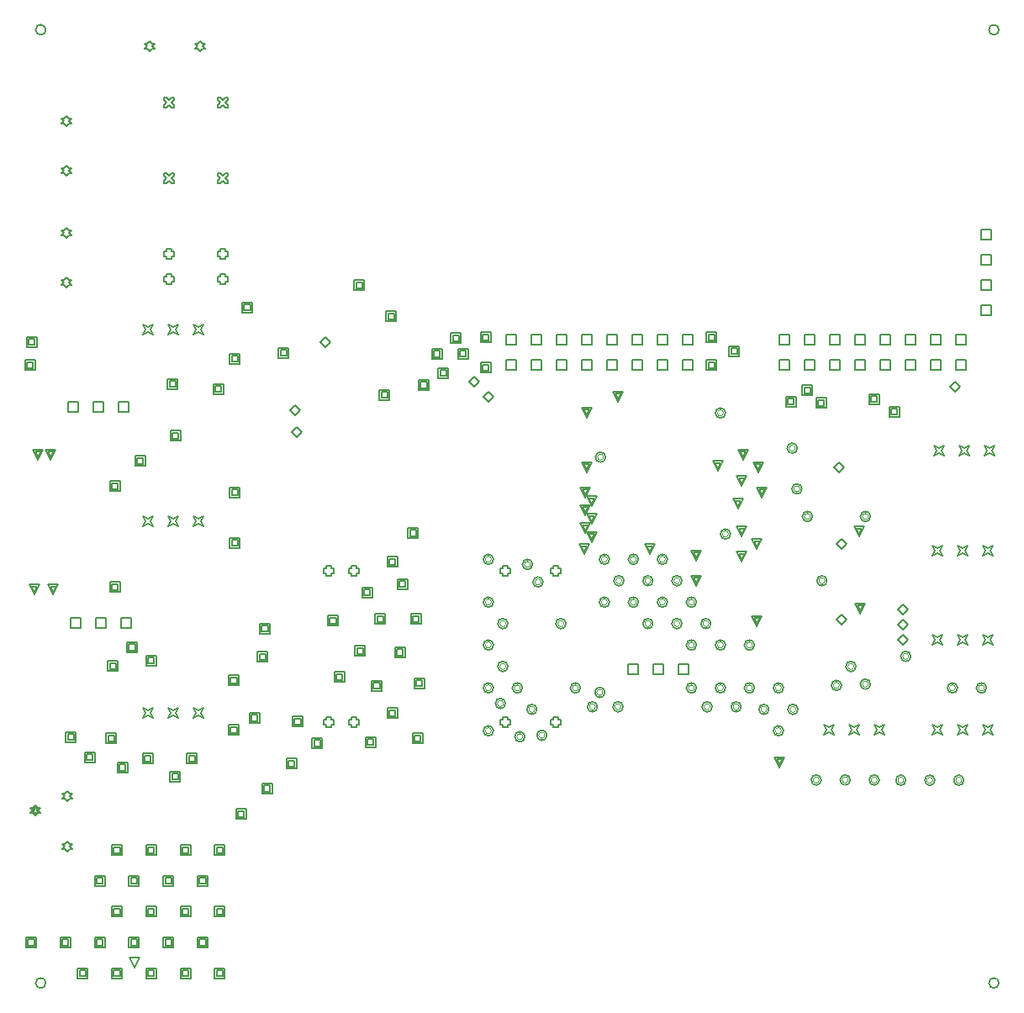
<source format=gbr>
G04 Layer_Color=2752767*
%FSLAX25Y25*%
%MOIN*%
%TF.FileFunction,Drawing*%
%TF.Part,Single*%
G01*
G75*
%TA.AperFunction,NonConductor*%
%ADD55C,0.00500*%
%ADD113C,0.00667*%
%ADD114C,0.00400*%
D55*
X380600Y244900D02*
Y248900D01*
X384600D01*
Y244900D01*
X380600D01*
Y254900D02*
Y258900D01*
X384600D01*
Y254900D01*
X380600D01*
Y264900D02*
Y268900D01*
X384600D01*
Y264900D01*
X380600D01*
Y274900D02*
Y278900D01*
X384600D01*
Y274900D01*
X380600D01*
X44700Y-13600D02*
X42700Y-9600D01*
X46700D01*
X44700Y-13600D01*
X18100Y32557D02*
X19100Y33558D01*
X20100D01*
X19100Y34558D01*
X20100Y35557D01*
X19100D01*
X18100Y36557D01*
X17100Y35557D01*
X16100D01*
X17100Y34558D01*
X16100Y33558D01*
X17100D01*
X18100Y32557D01*
Y52242D02*
X19100Y53242D01*
X20100D01*
X19100Y54242D01*
X20100Y55243D01*
X19100D01*
X18100Y56243D01*
X17100Y55243D01*
X16100D01*
X17100Y54242D01*
X16100Y53242D01*
X17100D01*
X18100Y52242D01*
X50970Y349800D02*
X51970Y350800D01*
X52970D01*
X51970Y351800D01*
X52970Y352800D01*
X51970D01*
X50970Y353800D01*
X49970Y352800D01*
X48970D01*
X49970Y351800D01*
X48970Y350800D01*
X49970D01*
X50970Y349800D01*
X70655D02*
X71655Y350800D01*
X72655D01*
X71655Y351800D01*
X72655Y352800D01*
X71655D01*
X70655Y353800D01*
X69655Y352800D01*
X68655D01*
X69655Y351800D01*
X68655Y350800D01*
X69655D01*
X70655Y349800D01*
X17866Y320143D02*
X18867Y321143D01*
X19866D01*
X18867Y322143D01*
X19866Y323143D01*
X18867D01*
X17866Y324143D01*
X16867Y323143D01*
X15867D01*
X16867Y322143D01*
X15867Y321143D01*
X16867D01*
X17866Y320143D01*
Y300458D02*
X18867Y301458D01*
X19866D01*
X18867Y302457D01*
X19866Y303457D01*
X18867D01*
X17866Y304457D01*
X16867Y303457D01*
X15867D01*
X16867Y302457D01*
X15867Y301458D01*
X16867D01*
X17866Y300458D01*
Y275642D02*
X18867Y276642D01*
X19866D01*
X18867Y277642D01*
X19866Y278643D01*
X18867D01*
X17866Y279643D01*
X16867Y278643D01*
X15867D01*
X16867Y277642D01*
X15867Y276642D01*
X16867D01*
X17866Y275642D01*
Y255958D02*
X18867Y256958D01*
X19866D01*
X18867Y257958D01*
X19866Y258958D01*
X18867D01*
X17866Y259958D01*
X16867Y258958D01*
X15867D01*
X16867Y257958D01*
X15867Y256958D01*
X16867D01*
X17866Y255958D01*
X48100Y237300D02*
X49100Y239300D01*
X48100Y241300D01*
X50100Y240300D01*
X52100Y241300D01*
X51100Y239300D01*
X52100Y237300D01*
X50100Y238300D01*
X48100Y237300D01*
X58100D02*
X59100Y239300D01*
X58100Y241300D01*
X60100Y240300D01*
X62100Y241300D01*
X61100Y239300D01*
X62100Y237300D01*
X60100Y238300D01*
X58100Y237300D01*
X68100D02*
X69100Y239300D01*
X68100Y241300D01*
X70100Y240300D01*
X72100Y241300D01*
X71100Y239300D01*
X72100Y237300D01*
X70100Y238300D01*
X68100Y237300D01*
X48100Y161350D02*
X49100Y163350D01*
X48100Y165350D01*
X50100Y164350D01*
X52100Y165350D01*
X51100Y163350D01*
X52100Y161350D01*
X50100Y162350D01*
X48100Y161350D01*
X58100D02*
X59100Y163350D01*
X58100Y165350D01*
X60100Y164350D01*
X62100Y165350D01*
X61100Y163350D01*
X62100Y161350D01*
X60100Y162350D01*
X58100Y161350D01*
X68100D02*
X69100Y163350D01*
X68100Y165350D01*
X70100Y164350D01*
X72100Y165350D01*
X71100Y163350D01*
X72100Y161350D01*
X70100Y162350D01*
X68100Y161350D01*
X48100Y85400D02*
X49100Y87400D01*
X48100Y89400D01*
X50100Y88400D01*
X52100Y89400D01*
X51100Y87400D01*
X52100Y85400D01*
X50100Y86400D01*
X48100Y85400D01*
X58100D02*
X59100Y87400D01*
X58100Y89400D01*
X60100Y88400D01*
X62100Y89400D01*
X61100Y87400D01*
X62100Y85400D01*
X60100Y86400D01*
X58100Y85400D01*
X68100D02*
X69100Y87400D01*
X68100Y89400D01*
X70100Y88400D01*
X72100Y89400D01*
X71100Y87400D01*
X72100Y85400D01*
X70100Y86400D01*
X68100Y85400D01*
X361700Y189300D02*
X362700Y191300D01*
X361700Y193300D01*
X363700Y192300D01*
X365700Y193300D01*
X364700Y191300D01*
X365700Y189300D01*
X363700Y190300D01*
X361700Y189300D01*
X371700D02*
X372700Y191300D01*
X371700Y193300D01*
X373700Y192300D01*
X375700Y193300D01*
X374700Y191300D01*
X375700Y189300D01*
X373700Y190300D01*
X371700Y189300D01*
X381700D02*
X382700Y191300D01*
X381700Y193300D01*
X383700Y192300D01*
X385700Y193300D01*
X384700Y191300D01*
X385700Y189300D01*
X383700Y190300D01*
X381700Y189300D01*
X381100Y149800D02*
X382100Y151800D01*
X381100Y153800D01*
X383100Y152800D01*
X385100Y153800D01*
X384100Y151800D01*
X385100Y149800D01*
X383100Y150800D01*
X381100Y149800D01*
X371100D02*
X372100Y151800D01*
X371100Y153800D01*
X373100Y152800D01*
X375100Y153800D01*
X374100Y151800D01*
X375100Y149800D01*
X373100Y150800D01*
X371100Y149800D01*
X361100D02*
X362100Y151800D01*
X361100Y153800D01*
X363100Y152800D01*
X365100Y153800D01*
X364100Y151800D01*
X365100Y149800D01*
X363100Y150800D01*
X361100Y149800D01*
X318100Y78800D02*
X319100Y80800D01*
X318100Y82800D01*
X320100Y81800D01*
X322100Y82800D01*
X321100Y80800D01*
X322100Y78800D01*
X320100Y79800D01*
X318100Y78800D01*
X328100D02*
X329100Y80800D01*
X328100Y82800D01*
X330100Y81800D01*
X332100Y82800D01*
X331100Y80800D01*
X332100Y78800D01*
X330100Y79800D01*
X328100Y78800D01*
X338100D02*
X339100Y80800D01*
X338100Y82800D01*
X340100Y81800D01*
X342100Y82800D01*
X341100Y80800D01*
X342100Y78800D01*
X340100Y79800D01*
X338100Y78800D01*
X361100Y78800D02*
X362100Y80800D01*
X361100Y82800D01*
X363100Y81800D01*
X365100Y82800D01*
X364100Y80800D01*
X365100Y78800D01*
X363100Y79800D01*
X361100Y78800D01*
X371100D02*
X372100Y80800D01*
X371100Y82800D01*
X373100Y81800D01*
X375100Y82800D01*
X374100Y80800D01*
X375100Y78800D01*
X373100Y79800D01*
X371100Y78800D01*
X381100D02*
X382100Y80800D01*
X381100Y82800D01*
X383100Y81800D01*
X385100Y82800D01*
X384100Y80800D01*
X385100Y78800D01*
X383100Y79800D01*
X381100Y78800D01*
X361100Y114341D02*
X362100Y116341D01*
X361100Y118341D01*
X363100Y117341D01*
X365100Y118341D01*
X364100Y116341D01*
X365100Y114341D01*
X363100Y115341D01*
X361100Y114341D01*
X371100D02*
X372100Y116341D01*
X371100Y118341D01*
X373100Y117341D01*
X375100Y118341D01*
X374100Y116341D01*
X375100Y114341D01*
X373100Y115341D01*
X371100Y114341D01*
X381100D02*
X382100Y116341D01*
X381100Y118341D01*
X383100Y117341D01*
X385100Y118341D01*
X384100Y116341D01*
X385100Y114341D01*
X383100Y115341D01*
X381100Y114341D01*
X212100Y233300D02*
Y237300D01*
X216100D01*
Y233300D01*
X212100D01*
X202100D02*
Y237300D01*
X206100D01*
Y233300D01*
X202100D01*
X262100D02*
Y237300D01*
X266100D01*
Y233300D01*
X262100D01*
X252100D02*
Y237300D01*
X256100D01*
Y233300D01*
X252100D01*
X242100D02*
Y237300D01*
X246100D01*
Y233300D01*
X242100D01*
X232100D02*
Y237300D01*
X236100D01*
Y233300D01*
X232100D01*
X222100D02*
Y237300D01*
X226100D01*
Y233300D01*
X222100D01*
X192100D02*
Y237300D01*
X196100D01*
Y233300D01*
X192100D01*
X212100Y223300D02*
Y227300D01*
X216100D01*
Y223300D01*
X212100D01*
X202100D02*
Y227300D01*
X206100D01*
Y223300D01*
X202100D01*
X262100D02*
Y227300D01*
X266100D01*
Y223300D01*
X262100D01*
X252100D02*
Y227300D01*
X256100D01*
Y223300D01*
X252100D01*
X242100D02*
Y227300D01*
X246100D01*
Y223300D01*
X242100D01*
X232100D02*
Y227300D01*
X236100D01*
Y223300D01*
X232100D01*
X222100D02*
Y227300D01*
X226100D01*
Y223300D01*
X222100D01*
X192100D02*
Y227300D01*
X196100D01*
Y223300D01*
X192100D01*
X320600D02*
Y227300D01*
X324600D01*
Y223300D01*
X320600D01*
X310600D02*
Y227300D01*
X314600D01*
Y223300D01*
X310600D01*
X370600D02*
Y227300D01*
X374600D01*
Y223300D01*
X370600D01*
X360600D02*
Y227300D01*
X364600D01*
Y223300D01*
X360600D01*
X350600D02*
Y227300D01*
X354600D01*
Y223300D01*
X350600D01*
X340600D02*
Y227300D01*
X344600D01*
Y223300D01*
X340600D01*
X330600D02*
Y227300D01*
X334600D01*
Y223300D01*
X330600D01*
X300600D02*
Y227300D01*
X304600D01*
Y223300D01*
X300600D01*
X320600Y233300D02*
Y237300D01*
X324600D01*
Y233300D01*
X320600D01*
X310600D02*
Y237300D01*
X314600D01*
Y233300D01*
X310600D01*
X370600D02*
Y237300D01*
X374600D01*
Y233300D01*
X370600D01*
X360600D02*
Y237300D01*
X364600D01*
Y233300D01*
X360600D01*
X350600D02*
Y237300D01*
X354600D01*
Y233300D01*
X350600D01*
X340600D02*
Y237300D01*
X344600D01*
Y233300D01*
X340600D01*
X330600D02*
Y237300D01*
X334600D01*
Y233300D01*
X330600D01*
X300600D02*
Y237300D01*
X304600D01*
Y233300D01*
X300600D01*
X210700Y142700D02*
Y141700D01*
X212700D01*
Y142700D01*
X213700D01*
Y144700D01*
X212700D01*
Y145700D01*
X210700D01*
Y144700D01*
X209700D01*
Y142700D01*
X210700D01*
X190700D02*
Y141700D01*
X192700D01*
Y142700D01*
X193700D01*
Y144700D01*
X192700D01*
Y145700D01*
X190700D01*
Y144700D01*
X189700D01*
Y142700D01*
X190700D01*
X130700D02*
Y141700D01*
X132700D01*
Y142700D01*
X133700D01*
Y144700D01*
X132700D01*
Y145700D01*
X130700D01*
Y144700D01*
X129700D01*
Y142700D01*
X130700D01*
X120700D02*
Y141700D01*
X122700D01*
Y142700D01*
X123700D01*
Y144700D01*
X122700D01*
Y145700D01*
X120700D01*
Y144700D01*
X119700D01*
Y142700D01*
X120700D01*
Y82700D02*
Y81700D01*
X122700D01*
Y82700D01*
X123700D01*
Y84700D01*
X122700D01*
Y85700D01*
X120700D01*
Y84700D01*
X119700D01*
Y82700D01*
X120700D01*
X210700D02*
Y81700D01*
X212700D01*
Y82700D01*
X213700D01*
Y84700D01*
X212700D01*
Y85700D01*
X210700D01*
Y84700D01*
X209700D01*
Y82700D01*
X210700D01*
X190700D02*
Y81700D01*
X192700D01*
Y82700D01*
X193700D01*
Y84700D01*
X192700D01*
Y85700D01*
X190700D01*
Y84700D01*
X189700D01*
Y82700D01*
X190700D01*
X130700D02*
Y81700D01*
X132700D01*
Y82700D01*
X133700D01*
Y84700D01*
X132700D01*
Y85700D01*
X130700D01*
Y84700D01*
X129700D01*
Y82700D01*
X130700D01*
X250600Y102800D02*
Y106800D01*
X254600D01*
Y102800D01*
X250600D01*
X260600D02*
Y106800D01*
X264600D01*
Y102800D01*
X260600D01*
X240600D02*
Y106800D01*
X244600D01*
Y102800D01*
X240600D01*
X29584Y121000D02*
Y125000D01*
X33584D01*
Y121000D01*
X29584D01*
X39584D02*
Y125000D01*
X43584D01*
Y121000D01*
X39584D01*
X19584D02*
Y125000D01*
X23584D01*
Y121000D01*
X19584D01*
X56479Y327300D02*
X57479D01*
X58479Y328300D01*
X59479Y327300D01*
X60479D01*
Y328300D01*
X59479Y329300D01*
X60479Y330300D01*
Y331300D01*
X59479D01*
X58479Y330300D01*
X57479Y331300D01*
X56479D01*
Y330300D01*
X57479Y329300D01*
X56479Y328300D01*
Y327300D01*
Y297300D02*
X57479D01*
X58479Y298300D01*
X59479Y297300D01*
X60479D01*
Y298300D01*
X59479Y299300D01*
X60479Y300300D01*
Y301300D01*
X59479D01*
X58479Y300300D01*
X57479Y301300D01*
X56479D01*
Y300300D01*
X57479Y299300D01*
X56479Y298300D01*
Y297300D01*
X57479Y268300D02*
Y267300D01*
X59479D01*
Y268300D01*
X60479D01*
Y270300D01*
X59479D01*
Y271300D01*
X57479D01*
Y270300D01*
X56479D01*
Y268300D01*
X57479D01*
Y258300D02*
Y257300D01*
X59479D01*
Y258300D01*
X60479D01*
Y260300D01*
X59479D01*
Y261300D01*
X57479D01*
Y260300D01*
X56479D01*
Y258300D01*
X57479D01*
X77979Y327300D02*
X78979D01*
X79979Y328300D01*
X80979Y327300D01*
X81979D01*
Y328300D01*
X80979Y329300D01*
X81979Y330300D01*
Y331300D01*
X80979D01*
X79979Y330300D01*
X78979Y331300D01*
X77979D01*
Y330300D01*
X78979Y329300D01*
X77979Y328300D01*
Y327300D01*
Y297300D02*
X78979D01*
X79979Y298300D01*
X80979Y297300D01*
X81979D01*
Y298300D01*
X80979Y299300D01*
X81979Y300300D01*
Y301300D01*
X80979D01*
X79979Y300300D01*
X78979Y301300D01*
X77979D01*
Y300300D01*
X78979Y299300D01*
X77979Y298300D01*
Y297300D01*
X78979Y268300D02*
Y267300D01*
X80979D01*
Y268300D01*
X81979D01*
Y270300D01*
X80979D01*
Y271300D01*
X78979D01*
Y270300D01*
X77979D01*
Y268300D01*
X78979D01*
Y258300D02*
Y257300D01*
X80979D01*
Y258300D01*
X81979D01*
Y260300D01*
X80979D01*
Y261300D01*
X78979D01*
Y260300D01*
X77979D01*
Y258300D01*
X78979D01*
X18600Y206800D02*
Y210800D01*
X22600D01*
Y206800D01*
X18600D01*
X28600D02*
Y210800D01*
X32600D01*
Y206800D01*
X28600D01*
X38600D02*
Y210800D01*
X42600D01*
Y206800D01*
X38600D01*
X368100Y216700D02*
X370100Y218700D01*
X372100Y216700D01*
X370100Y214700D01*
X368100Y216700D01*
X82600Y172800D02*
Y176800D01*
X86600D01*
Y172800D01*
X82600D01*
X83400Y173600D02*
Y176000D01*
X85800D01*
Y173600D01*
X83400D01*
X82600Y152800D02*
Y156800D01*
X86600D01*
Y152800D01*
X82600D01*
X83400Y153600D02*
Y156000D01*
X85800D01*
Y153600D01*
X83400D01*
X347600Y122300D02*
X349600Y124300D01*
X351600Y122300D01*
X349600Y120300D01*
X347600Y122300D01*
X148100Y109400D02*
Y113400D01*
X152100D01*
Y109400D01*
X148100D01*
X148900Y110200D02*
Y112600D01*
X151300D01*
Y110200D01*
X148900D01*
X135100Y133200D02*
Y137200D01*
X139100D01*
Y133200D01*
X135100D01*
X135900Y134000D02*
Y136400D01*
X138300D01*
Y134000D01*
X135900D01*
X49400Y106200D02*
Y110200D01*
X53400D01*
Y106200D01*
X49400D01*
X50200Y107000D02*
Y109400D01*
X52600D01*
Y107000D01*
X50200D01*
X41800Y111400D02*
Y115400D01*
X45800D01*
Y111400D01*
X41800D01*
X42600Y112200D02*
Y114600D01*
X45000D01*
Y112200D01*
X42600D01*
X76100Y213800D02*
Y217800D01*
X80100D01*
Y213800D01*
X76100D01*
X76900Y214600D02*
Y217000D01*
X79300D01*
Y214600D01*
X76900D01*
X82600Y225800D02*
Y229800D01*
X86600D01*
Y225800D01*
X82600D01*
X83400Y226600D02*
Y229000D01*
X85800D01*
Y226600D01*
X83400D01*
X101900Y228100D02*
Y232100D01*
X105900D01*
Y228100D01*
X101900D01*
X102700Y228900D02*
Y231300D01*
X105100D01*
Y228900D01*
X102700D01*
X2100Y232500D02*
Y236500D01*
X6100D01*
Y232500D01*
X2100D01*
X2900Y233300D02*
Y235700D01*
X5300D01*
Y233300D01*
X2900D01*
X57900Y215800D02*
Y219800D01*
X61900D01*
Y215800D01*
X57900D01*
X58700Y216600D02*
Y219000D01*
X61100D01*
Y216600D01*
X58700D01*
X1400Y223300D02*
Y227300D01*
X5400D01*
Y223300D01*
X1400D01*
X2200Y224100D02*
Y226500D01*
X4600D01*
Y224100D01*
X2200D01*
X59100Y195300D02*
Y199300D01*
X63100D01*
Y195300D01*
X59100D01*
X59900Y196100D02*
Y198500D01*
X62300D01*
Y196100D01*
X59900D01*
X45100Y185300D02*
Y189300D01*
X49100D01*
Y185300D01*
X45100D01*
X45900Y186100D02*
Y188500D01*
X48300D01*
Y186100D01*
X45900D01*
X35100Y175300D02*
Y179300D01*
X39100D01*
Y175300D01*
X35100D01*
X35900Y176100D02*
Y178500D01*
X38300D01*
Y176100D01*
X35900D01*
X35100Y135300D02*
Y139300D01*
X39100D01*
Y135300D01*
X35100D01*
X35900Y136100D02*
Y138500D01*
X38300D01*
Y136100D01*
X35900D01*
X82135Y98353D02*
Y102353D01*
X86135D01*
Y98353D01*
X82135D01*
X82935Y99153D02*
Y101553D01*
X85335D01*
Y99153D01*
X82935D01*
X82135Y78570D02*
Y82570D01*
X86135D01*
Y78570D01*
X82135D01*
X82935Y79370D02*
Y81770D01*
X85335D01*
Y79370D01*
X82935D01*
X65600Y67300D02*
Y71300D01*
X69600D01*
Y67300D01*
X65600D01*
X66400Y68100D02*
Y70500D01*
X68800D01*
Y68100D01*
X66400D01*
X48100Y67300D02*
Y71300D01*
X52100D01*
Y67300D01*
X48100D01*
X48900Y68100D02*
Y70500D01*
X51300D01*
Y68100D01*
X48900D01*
X38000Y63700D02*
Y67700D01*
X42000D01*
Y63700D01*
X38000D01*
X38800Y64500D02*
Y66900D01*
X41200D01*
Y64500D01*
X38800D01*
X17600Y75800D02*
Y79800D01*
X21600D01*
Y75800D01*
X17600D01*
X18400Y76600D02*
Y79000D01*
X20800D01*
Y76600D01*
X18400D01*
X90400Y83400D02*
Y87400D01*
X94400D01*
Y83400D01*
X90400D01*
X91200Y84200D02*
Y86600D01*
X93600D01*
Y84200D01*
X91200D01*
X33600Y75300D02*
Y79300D01*
X37600D01*
Y75300D01*
X33600D01*
X34400Y76100D02*
Y78500D01*
X36800D01*
Y76100D01*
X34400D01*
X58900Y60200D02*
Y64200D01*
X62900D01*
Y60200D01*
X58900D01*
X59700Y61000D02*
Y63400D01*
X62100D01*
Y61000D01*
X59700D01*
X25100Y67800D02*
Y71800D01*
X29100D01*
Y67800D01*
X25100D01*
X25900Y68600D02*
Y71000D01*
X28300D01*
Y68600D01*
X25900D01*
X85100Y45300D02*
Y49300D01*
X89100D01*
Y45300D01*
X85100D01*
X85900Y46100D02*
Y48500D01*
X88300D01*
Y46100D01*
X85900D01*
X95400Y55400D02*
Y59400D01*
X99400D01*
Y55400D01*
X95400D01*
X96200Y56200D02*
Y58600D01*
X98600D01*
Y56200D01*
X96200D01*
X105100Y65300D02*
Y69300D01*
X109100D01*
Y65300D01*
X105100D01*
X105900Y66100D02*
Y68500D01*
X108300D01*
Y66100D01*
X105900D01*
X34300Y104000D02*
Y108000D01*
X38300D01*
Y104000D01*
X34300D01*
X35100Y104800D02*
Y107200D01*
X37500D01*
Y104800D01*
X35100D01*
X93600Y107600D02*
Y111600D01*
X97600D01*
Y107600D01*
X93600D01*
X94400Y108400D02*
Y110800D01*
X96800D01*
Y108400D01*
X94400D01*
X153200Y156700D02*
Y160700D01*
X157200D01*
Y156700D01*
X153200D01*
X154000Y157500D02*
Y159900D01*
X156400D01*
Y157500D01*
X154000D01*
X145100Y145300D02*
Y149300D01*
X149100D01*
Y145300D01*
X145100D01*
X145900Y146100D02*
Y148500D01*
X148300D01*
Y146100D01*
X145900D01*
X149100Y136500D02*
Y140500D01*
X153100D01*
Y136500D01*
X149100D01*
X149900Y137300D02*
Y139700D01*
X152300D01*
Y137300D01*
X149900D01*
X140300Y122600D02*
Y126600D01*
X144300D01*
Y122600D01*
X140300D01*
X141100Y123400D02*
Y125800D01*
X143500D01*
Y123400D01*
X141100D01*
X154400Y122600D02*
Y126600D01*
X158400D01*
Y122600D01*
X154400D01*
X155200Y123400D02*
Y125800D01*
X157600D01*
Y123400D01*
X155200D01*
X132200Y109900D02*
Y113900D01*
X136200D01*
Y109900D01*
X132200D01*
X133000Y110700D02*
Y113100D01*
X135400D01*
Y110700D01*
X133000D01*
X138800Y96200D02*
Y100200D01*
X142800D01*
Y96200D01*
X138800D01*
X139600Y97000D02*
Y99400D01*
X142000D01*
Y97000D01*
X139600D01*
X145100Y85300D02*
Y89300D01*
X149100D01*
Y85300D01*
X145100D01*
X145900Y86100D02*
Y88500D01*
X148300D01*
Y86100D01*
X145900D01*
X124100Y99600D02*
Y103600D01*
X128100D01*
Y99600D01*
X124100D01*
X124900Y100400D02*
Y102800D01*
X127300D01*
Y100400D01*
X124900D01*
X121500Y122000D02*
Y126000D01*
X125500D01*
Y122000D01*
X121500D01*
X122300Y122800D02*
Y125200D01*
X124700D01*
Y122800D01*
X122300D01*
X94500Y118800D02*
Y122800D01*
X98500D01*
Y118800D01*
X94500D01*
X95300Y119600D02*
Y122000D01*
X97700D01*
Y119600D01*
X95300D01*
X155700Y97100D02*
Y101100D01*
X159700D01*
Y97100D01*
X155700D01*
X156500Y97900D02*
Y100300D01*
X158900D01*
Y97900D01*
X156500D01*
X115300Y73400D02*
Y77400D01*
X119300D01*
Y73400D01*
X115300D01*
X116100Y74200D02*
Y76600D01*
X118500D01*
Y74200D01*
X116100D01*
X136400Y73800D02*
Y77800D01*
X140400D01*
Y73800D01*
X136400D01*
X137200Y74600D02*
Y77000D01*
X139600D01*
Y74600D01*
X137200D01*
X155100Y75300D02*
Y79300D01*
X159100D01*
Y75300D01*
X155100D01*
X155900Y76100D02*
Y78500D01*
X158300D01*
Y76100D01*
X155900D01*
X131900Y255000D02*
Y259000D01*
X135900D01*
Y255000D01*
X131900D01*
X132700Y255800D02*
Y258200D01*
X135100D01*
Y255800D01*
X132700D01*
X87500Y246100D02*
Y250100D01*
X91500D01*
Y246100D01*
X87500D01*
X88300Y246900D02*
Y249300D01*
X90700D01*
Y246900D01*
X88300D01*
X144600Y242605D02*
Y246605D01*
X148600D01*
Y242605D01*
X144600D01*
X145400Y243406D02*
Y245806D01*
X147800D01*
Y243406D01*
X145400D01*
X141900Y211500D02*
Y215500D01*
X145900D01*
Y211500D01*
X141900D01*
X142700Y212300D02*
Y214700D01*
X145100D01*
Y212300D01*
X142700D01*
X162700Y227700D02*
Y231700D01*
X166700D01*
Y227700D01*
X162700D01*
X163500Y228500D02*
Y230900D01*
X165900D01*
Y228500D01*
X163500D01*
X157500Y215400D02*
Y219400D01*
X161500D01*
Y215400D01*
X157500D01*
X158300Y216200D02*
Y218600D01*
X160700D01*
Y216200D01*
X158300D01*
X173100Y227800D02*
Y231800D01*
X177100D01*
Y227800D01*
X173100D01*
X173900Y228600D02*
Y231000D01*
X176300D01*
Y228600D01*
X173900D01*
X182100Y234300D02*
Y238300D01*
X186100D01*
Y234300D01*
X182100D01*
X182900Y235100D02*
Y237500D01*
X185300D01*
Y235100D01*
X182900D01*
X170300Y234000D02*
Y238000D01*
X174300D01*
Y234000D01*
X170300D01*
X171100Y234800D02*
Y237200D01*
X173500D01*
Y234800D01*
X171100D01*
X165300Y220200D02*
Y224200D01*
X169300D01*
Y220200D01*
X165300D01*
X166100Y221000D02*
Y223400D01*
X168500D01*
Y221000D01*
X166100D01*
X182100Y222300D02*
Y226300D01*
X186100D01*
Y222300D01*
X182100D01*
X182900Y223100D02*
Y225500D01*
X185300D01*
Y223100D01*
X182900D01*
X280600Y228800D02*
Y232800D01*
X284600D01*
Y228800D01*
X280600D01*
X281400Y229600D02*
Y232000D01*
X283800D01*
Y229600D01*
X281400D01*
X271600Y234300D02*
Y238300D01*
X275600D01*
Y234300D01*
X271600D01*
X272400Y235100D02*
Y237500D01*
X274800D01*
Y235100D01*
X272400D01*
X271600Y223300D02*
Y227300D01*
X275600D01*
Y223300D01*
X271600D01*
X272400Y224100D02*
Y226500D01*
X274800D01*
Y224100D01*
X272400D01*
X315100Y208300D02*
Y212300D01*
X319100D01*
Y208300D01*
X315100D01*
X315900Y209100D02*
Y211500D01*
X318300D01*
Y209100D01*
X315900D01*
X309600Y213300D02*
Y217300D01*
X313600D01*
Y213300D01*
X309600D01*
X310400Y214100D02*
Y216500D01*
X312800D01*
Y214100D01*
X310400D01*
X303100Y208800D02*
Y212800D01*
X307100D01*
Y208800D01*
X303100D01*
X303900Y209600D02*
Y212000D01*
X306300D01*
Y209600D01*
X303900D01*
X344100Y204800D02*
Y208800D01*
X348100D01*
Y204800D01*
X344100D01*
X344900Y205600D02*
Y208000D01*
X347300D01*
Y205600D01*
X344900D01*
X336100Y209800D02*
Y213800D01*
X340100D01*
Y209800D01*
X336100D01*
X336900Y210600D02*
Y213000D01*
X339300D01*
Y210600D01*
X336900D01*
X107100Y198800D02*
X109100Y200800D01*
X111100Y198800D01*
X109100Y196800D01*
X107100Y198800D01*
X183100Y212800D02*
X185100Y214800D01*
X187100Y212800D01*
X185100Y210800D01*
X183100Y212800D01*
X177600Y218800D02*
X179600Y220800D01*
X181600Y218800D01*
X179600Y216800D01*
X177600Y218800D01*
X224100Y204453D02*
X222100Y208453D01*
X226100D01*
X224100Y204453D01*
Y205254D02*
X222900Y207653D01*
X225300D01*
X224100Y205254D01*
X236600Y210800D02*
X234600Y214800D01*
X238600D01*
X236600Y210800D01*
Y211600D02*
X235400Y214000D01*
X237800D01*
X236600Y211600D01*
X223100Y150300D02*
X221100Y154300D01*
X225100D01*
X223100Y150300D01*
Y151100D02*
X221900Y153500D01*
X224300D01*
X223100Y151100D01*
X249100Y150300D02*
X247100Y154300D01*
X251100D01*
X249100Y150300D01*
Y151100D02*
X247900Y153500D01*
X250300D01*
X249100Y151100D01*
X276100Y183300D02*
X274100Y187300D01*
X278100D01*
X276100Y183300D01*
Y184100D02*
X274900Y186500D01*
X277300D01*
X276100Y184100D01*
X224100Y182800D02*
X222100Y186800D01*
X226100D01*
X224100Y182800D01*
Y183600D02*
X222900Y186000D01*
X225300D01*
X224100Y183600D01*
X300600Y65800D02*
X298600Y69800D01*
X302600D01*
X300600Y65800D01*
Y66600D02*
X299400Y69000D01*
X301800D01*
X300600Y66600D01*
X292100Y182800D02*
X290100Y186800D01*
X294100D01*
X292100Y182800D01*
Y183600D02*
X290900Y186000D01*
X293300D01*
X292100Y183600D01*
X291600Y152300D02*
X289600Y156300D01*
X293600D01*
X291600Y152300D01*
Y153100D02*
X290400Y155500D01*
X292800D01*
X291600Y153100D01*
Y121800D02*
X289600Y125800D01*
X293600D01*
X291600Y121800D01*
Y122600D02*
X290400Y125000D01*
X292800D01*
X291600Y122600D01*
X267600Y137800D02*
X265600Y141800D01*
X269600D01*
X267600Y137800D01*
Y138600D02*
X266400Y141000D01*
X268800D01*
X267600Y138600D01*
Y147800D02*
X265600Y151800D01*
X269600D01*
X267600Y147800D01*
Y148600D02*
X266400Y151000D01*
X268800D01*
X267600Y148600D01*
X285600Y147300D02*
X283600Y151300D01*
X287600D01*
X285600Y147300D01*
Y148100D02*
X284400Y150500D01*
X286800D01*
X285600Y148100D01*
Y157300D02*
X283600Y161300D01*
X287600D01*
X285600Y157300D01*
Y158100D02*
X284400Y160500D01*
X286800D01*
X285600Y158100D01*
X286100Y187800D02*
X284100Y191800D01*
X288100D01*
X286100Y187800D01*
Y188600D02*
X284900Y191000D01*
X287300D01*
X286100Y188600D01*
X285600Y177300D02*
X283600Y181300D01*
X287600D01*
X285600Y177300D01*
Y178100D02*
X284400Y180500D01*
X286800D01*
X285600Y178100D01*
X284100Y168264D02*
X282100Y172265D01*
X286100D01*
X284100Y168264D01*
Y169064D02*
X282900Y171465D01*
X285300D01*
X284100Y169064D01*
X293600Y172800D02*
X291600Y176800D01*
X295600D01*
X293600Y172800D01*
Y173600D02*
X292400Y176000D01*
X294800D01*
X293600Y173600D01*
X226100Y155122D02*
X224100Y159122D01*
X228100D01*
X226100Y155122D01*
Y155922D02*
X224900Y158322D01*
X227300D01*
X226100Y155922D01*
X223600Y158658D02*
X221600Y162658D01*
X225600D01*
X223600Y158658D01*
Y159458D02*
X222400Y161858D01*
X224800D01*
X223600Y159458D01*
X226100Y162300D02*
X224100Y166300D01*
X228100D01*
X226100Y162300D01*
Y163100D02*
X224900Y165500D01*
X227300D01*
X226100Y163100D01*
Y169300D02*
X224100Y173300D01*
X228100D01*
X226100Y169300D01*
Y170100D02*
X224900Y172500D01*
X227300D01*
X226100Y170100D01*
X223600Y165800D02*
X221600Y169800D01*
X225600D01*
X223600Y165800D01*
Y166600D02*
X222400Y169000D01*
X224800D01*
X223600Y166600D01*
Y172800D02*
X221600Y176800D01*
X225600D01*
X223600Y172800D01*
Y173600D02*
X222400Y176000D01*
X224800D01*
X223600Y173600D01*
X323100Y124300D02*
X325100Y126300D01*
X327100Y124300D01*
X325100Y122300D01*
X323100Y124300D01*
X332600Y126800D02*
X330600Y130800D01*
X334600D01*
X332600Y126800D01*
Y127600D02*
X331400Y130000D01*
X333800D01*
X332600Y127600D01*
X332100Y157300D02*
X330100Y161300D01*
X334100D01*
X332100Y157300D01*
Y158100D02*
X330900Y160500D01*
X333300D01*
X332100Y158100D01*
X323100Y154300D02*
X325100Y156300D01*
X327100Y154300D01*
X325100Y152300D01*
X323100Y154300D01*
X322100Y184800D02*
X324100Y186800D01*
X326100Y184800D01*
X324100Y182800D01*
X322100Y184800D01*
X347600Y128300D02*
X349600Y130300D01*
X351600Y128300D01*
X349600Y126300D01*
X347600Y128300D01*
Y116300D02*
X349600Y118300D01*
X351600Y116300D01*
X349600Y114300D01*
X347600Y116300D01*
X106600Y207300D02*
X108600Y209300D01*
X110600Y207300D01*
X108600Y205300D01*
X106600Y207300D01*
X6600Y187800D02*
X4600Y191800D01*
X8600D01*
X6600Y187800D01*
Y188600D02*
X5400Y191000D01*
X7800D01*
X6600Y188600D01*
X11600Y187800D02*
X9600Y191800D01*
X13600D01*
X11600Y187800D01*
Y188600D02*
X10400Y191000D01*
X12800D01*
X11600Y188600D01*
X107500Y82000D02*
Y86000D01*
X111500D01*
Y82000D01*
X107500D01*
X108300Y82800D02*
Y85200D01*
X110700D01*
Y82800D01*
X108300D01*
X5600Y46700D02*
X6600Y47700D01*
X7600D01*
X6600Y48700D01*
X7600Y49700D01*
X6600D01*
X5600Y50700D01*
X4600Y49700D01*
X3600D01*
X4600Y48700D01*
X3600Y47700D01*
X4600D01*
X5600Y46700D01*
Y47500D02*
X6200Y48100D01*
X6800D01*
X6200Y48700D01*
X6800Y49300D01*
X6200D01*
X5600Y49900D01*
X5000Y49300D01*
X4400D01*
X5000Y48700D01*
X4400Y48100D01*
X5000D01*
X5600Y47500D01*
X76600Y31000D02*
Y35000D01*
X80600D01*
Y31000D01*
X76600D01*
X77400Y31800D02*
Y34200D01*
X79800D01*
Y31800D01*
X77400D01*
X63000Y31000D02*
Y35000D01*
X67000D01*
Y31000D01*
X63000D01*
X63800Y31800D02*
Y34200D01*
X66200D01*
Y31800D01*
X63800D01*
X56200Y18800D02*
Y22800D01*
X60200D01*
Y18800D01*
X56200D01*
X57000Y19600D02*
Y22000D01*
X59400D01*
Y19600D01*
X57000D01*
X69800Y18800D02*
Y22800D01*
X73800D01*
Y18800D01*
X69800D01*
X70600Y19600D02*
Y22000D01*
X73000D01*
Y19600D01*
X70600D01*
X42600Y18800D02*
Y22800D01*
X46600D01*
Y18800D01*
X42600D01*
X43400Y19600D02*
Y22000D01*
X45800D01*
Y19600D01*
X43400D01*
X49400Y31000D02*
Y35000D01*
X53400D01*
Y31000D01*
X49400D01*
X50200Y31800D02*
Y34200D01*
X52600D01*
Y31800D01*
X50200D01*
X49400Y6600D02*
Y10600D01*
X53400D01*
Y6600D01*
X49400D01*
X50200Y7400D02*
Y9800D01*
X52600D01*
Y7400D01*
X50200D01*
X76600Y6600D02*
Y10600D01*
X80600D01*
Y6600D01*
X76600D01*
X77400Y7400D02*
Y9800D01*
X79800D01*
Y7400D01*
X77400D01*
X63000Y6600D02*
Y10600D01*
X67000D01*
Y6600D01*
X63000D01*
X63800Y7400D02*
Y9800D01*
X66200D01*
Y7400D01*
X63800D01*
X42600Y-5600D02*
Y-1600D01*
X46600D01*
Y-5600D01*
X42600D01*
X43400Y-4800D02*
Y-2400D01*
X45800D01*
Y-4800D01*
X43400D01*
X69800Y-5600D02*
Y-1600D01*
X73800D01*
Y-5600D01*
X69800D01*
X70600Y-4800D02*
Y-2400D01*
X73000D01*
Y-4800D01*
X70600D01*
X56200Y-5600D02*
Y-1600D01*
X60200D01*
Y-5600D01*
X56200D01*
X57000Y-4800D02*
Y-2400D01*
X59400D01*
Y-4800D01*
X57000D01*
X49400Y-17800D02*
Y-13800D01*
X53400D01*
Y-17800D01*
X49400D01*
X50200Y-17000D02*
Y-14600D01*
X52600D01*
Y-17000D01*
X50200D01*
X76600Y-17800D02*
Y-13800D01*
X80600D01*
Y-17800D01*
X76600D01*
X77400Y-17000D02*
Y-14600D01*
X79800D01*
Y-17000D01*
X77400D01*
X63000Y-17800D02*
Y-13800D01*
X67000D01*
Y-17800D01*
X63000D01*
X63800Y-17000D02*
Y-14600D01*
X66200D01*
Y-17000D01*
X63800D01*
X35800Y6600D02*
Y10600D01*
X39800D01*
Y6600D01*
X35800D01*
X36600Y7400D02*
Y9800D01*
X39000D01*
Y7400D01*
X36600D01*
X35800Y31000D02*
Y35000D01*
X39800D01*
Y31000D01*
X35800D01*
X36600Y31800D02*
Y34200D01*
X39000D01*
Y31800D01*
X36600D01*
X35800Y-17800D02*
Y-13800D01*
X39800D01*
Y-17800D01*
X35800D01*
X36600Y-17000D02*
Y-14600D01*
X39000D01*
Y-17000D01*
X36600D01*
X29000Y18800D02*
Y22800D01*
X33000D01*
Y18800D01*
X29000D01*
X29800Y19600D02*
Y22000D01*
X32200D01*
Y19600D01*
X29800D01*
X29000Y-5600D02*
Y-1600D01*
X33000D01*
Y-5600D01*
X29000D01*
X29800Y-4800D02*
Y-2400D01*
X32200D01*
Y-4800D01*
X29800D01*
X15400Y-5600D02*
Y-1600D01*
X19400D01*
Y-5600D01*
X15400D01*
X16200Y-4800D02*
Y-2400D01*
X18600D01*
Y-4800D01*
X16200D01*
X1800Y-5600D02*
Y-1600D01*
X5800D01*
Y-5600D01*
X1800D01*
X2600Y-4800D02*
Y-2400D01*
X5000D01*
Y-4800D01*
X2600D01*
X22200Y-17800D02*
Y-13800D01*
X26200D01*
Y-17800D01*
X22200D01*
X23000Y-17000D02*
Y-14600D01*
X25400D01*
Y-17000D01*
X23000D01*
X118318Y234250D02*
X120318Y236250D01*
X122318Y234250D01*
X120318Y232250D01*
X118318Y234250D01*
X5100Y134300D02*
X3100Y138300D01*
X7100D01*
X5100Y134300D01*
Y135100D02*
X3900Y137500D01*
X6300D01*
X5100Y135100D01*
X12600Y134300D02*
X10600Y138300D01*
X14600D01*
X12600Y134300D01*
Y135100D02*
X11400Y137500D01*
X13800D01*
X12600Y135100D01*
D113*
X9600Y358253D02*
G03*
X9600Y358253I-2000J0D01*
G01*
X387553D02*
G03*
X387553Y358253I-2000J0D01*
G01*
Y-19700D02*
G03*
X387553Y-19700I-2000J0D01*
G01*
X9600D02*
G03*
X9600Y-19700I-2000J0D01*
G01*
X373624Y60705D02*
G03*
X373624Y60705I-2000J0D01*
G01*
X317100Y60800D02*
G03*
X317100Y60800I-2000J0D01*
G01*
X328600D02*
G03*
X328600Y60800I-2000J0D01*
G01*
X340100D02*
G03*
X340100Y60800I-2000J0D01*
G01*
X307600Y192339D02*
G03*
X307600Y192339I-2000J0D01*
G01*
X199575Y77945D02*
G03*
X199575Y77945I-2000J0D01*
G01*
X187100Y80300D02*
G03*
X187100Y80300I-2000J0D01*
G01*
X208298Y78498D02*
G03*
X208298Y78498I-2000J0D01*
G01*
X290600Y97300D02*
G03*
X290600Y97300I-2000J0D01*
G01*
X279100D02*
G03*
X279100Y97300I-2000J0D01*
G01*
X267600D02*
G03*
X267600Y97300I-2000J0D01*
G01*
X285350Y89800D02*
G03*
X285350Y89800I-2000J0D01*
G01*
X273850D02*
G03*
X273850Y89800I-2000J0D01*
G01*
X231298Y95498D02*
G03*
X231298Y95498I-2000J0D01*
G01*
X187100Y97300D02*
G03*
X187100Y97300I-2000J0D01*
G01*
X191875Y91155D02*
G03*
X191875Y91155I-2000J0D01*
G01*
X192850Y105800D02*
G03*
X192850Y105800I-2000J0D01*
G01*
X198600Y97300D02*
G03*
X198600Y97300I-2000J0D01*
G01*
X204350Y88800D02*
G03*
X204350Y88800I-2000J0D01*
G01*
X228350Y89800D02*
G03*
X228350Y89800I-2000J0D01*
G01*
X238500D02*
G03*
X238500Y89800I-2000J0D01*
G01*
X221600Y97300D02*
G03*
X221600Y97300I-2000J0D01*
G01*
X325100Y98300D02*
G03*
X325100Y98300I-2000J0D01*
G01*
X307850Y88800D02*
G03*
X307850Y88800I-2000J0D01*
G01*
X302100Y97300D02*
G03*
X302100Y97300I-2000J0D01*
G01*
X296350Y88800D02*
G03*
X296350Y88800I-2000J0D01*
G01*
X336600Y98800D02*
G03*
X336600Y98800I-2000J0D01*
G01*
X330850Y105800D02*
G03*
X330850Y105800I-2000J0D01*
G01*
X352600Y109800D02*
G03*
X352600Y109800I-2000J0D01*
G01*
X371100Y97300D02*
G03*
X371100Y97300I-2000J0D01*
G01*
X382600D02*
G03*
X382600Y97300I-2000J0D01*
G01*
X362124Y60705D02*
G03*
X362124Y60705I-2000J0D01*
G01*
X350624D02*
G03*
X350624Y60705I-2000J0D01*
G01*
X302100Y80300D02*
G03*
X302100Y80300I-2000J0D01*
G01*
X319350Y139800D02*
G03*
X319350Y139800I-2000J0D01*
G01*
X336600Y165300D02*
G03*
X336600Y165300I-2000J0D01*
G01*
X313600D02*
G03*
X313600Y165300I-2000J0D01*
G01*
X309419Y176198D02*
G03*
X309419Y176198I-2000J0D01*
G01*
X231600Y188800D02*
G03*
X231600Y188800I-2000J0D01*
G01*
X281100Y158300D02*
G03*
X281100Y158300I-2000J0D01*
G01*
X261850Y139800D02*
G03*
X261850Y139800I-2000J0D01*
G01*
X267600Y131300D02*
G03*
X267600Y131300I-2000J0D01*
G01*
X273350Y122800D02*
G03*
X273350Y122800I-2000J0D01*
G01*
X256100Y148300D02*
G03*
X256100Y148300I-2000J0D01*
G01*
X244600D02*
G03*
X244600Y148300I-2000J0D01*
G01*
X233100D02*
G03*
X233100Y148300I-2000J0D01*
G01*
X250350Y139800D02*
G03*
X250350Y139800I-2000J0D01*
G01*
X238850D02*
G03*
X238850Y139800I-2000J0D01*
G01*
X256100Y131300D02*
G03*
X256100Y131300I-2000J0D01*
G01*
X244600D02*
G03*
X244600Y131300I-2000J0D01*
G01*
X233100D02*
G03*
X233100Y131300I-2000J0D01*
G01*
X187100D02*
G03*
X187100Y131300I-2000J0D01*
G01*
Y114300D02*
G03*
X187100Y114300I-2000J0D01*
G01*
X192850Y122800D02*
G03*
X192850Y122800I-2000J0D01*
G01*
X215850D02*
G03*
X215850Y122800I-2000J0D01*
G01*
X250350D02*
G03*
X250350Y122800I-2000J0D01*
G01*
X290600Y114300D02*
G03*
X290600Y114300I-2000J0D01*
G01*
X279100D02*
G03*
X279100Y114300I-2000J0D01*
G01*
X261850Y122800D02*
G03*
X261850Y122800I-2000J0D01*
G01*
X267600Y114300D02*
G03*
X267600Y114300I-2000J0D01*
G01*
X206800Y139300D02*
G03*
X206800Y139300I-2000J0D01*
G01*
X187100Y148300D02*
G03*
X187100Y148300I-2000J0D01*
G01*
X202600Y146300D02*
G03*
X202600Y146300I-2000J0D01*
G01*
X279100Y206300D02*
G03*
X279100Y206300I-2000J0D01*
G01*
D114*
X372825Y60705D02*
G03*
X372825Y60705I-1200J0D01*
G01*
X316300Y60800D02*
G03*
X316300Y60800I-1200J0D01*
G01*
X327800D02*
G03*
X327800Y60800I-1200J0D01*
G01*
X339300D02*
G03*
X339300Y60800I-1200J0D01*
G01*
X306800Y192339D02*
G03*
X306800Y192339I-1200J0D01*
G01*
X198775Y77945D02*
G03*
X198775Y77945I-1200J0D01*
G01*
X186300Y80300D02*
G03*
X186300Y80300I-1200J0D01*
G01*
X207498Y78498D02*
G03*
X207498Y78498I-1200J0D01*
G01*
X289800Y97300D02*
G03*
X289800Y97300I-1200J0D01*
G01*
X278300D02*
G03*
X278300Y97300I-1200J0D01*
G01*
X266800D02*
G03*
X266800Y97300I-1200J0D01*
G01*
X284550Y89800D02*
G03*
X284550Y89800I-1200J0D01*
G01*
X273050D02*
G03*
X273050Y89800I-1200J0D01*
G01*
X230498Y95498D02*
G03*
X230498Y95498I-1200J0D01*
G01*
X186300Y97300D02*
G03*
X186300Y97300I-1200J0D01*
G01*
X191075Y91155D02*
G03*
X191075Y91155I-1200J0D01*
G01*
X192050Y105800D02*
G03*
X192050Y105800I-1200J0D01*
G01*
X197800Y97300D02*
G03*
X197800Y97300I-1200J0D01*
G01*
X203550Y88800D02*
G03*
X203550Y88800I-1200J0D01*
G01*
X227550Y89800D02*
G03*
X227550Y89800I-1200J0D01*
G01*
X237700D02*
G03*
X237700Y89800I-1200J0D01*
G01*
X220800Y97300D02*
G03*
X220800Y97300I-1200J0D01*
G01*
X324300Y98300D02*
G03*
X324300Y98300I-1200J0D01*
G01*
X307050Y88800D02*
G03*
X307050Y88800I-1200J0D01*
G01*
X301300Y97300D02*
G03*
X301300Y97300I-1200J0D01*
G01*
X295550Y88800D02*
G03*
X295550Y88800I-1200J0D01*
G01*
X335800Y98800D02*
G03*
X335800Y98800I-1200J0D01*
G01*
X330050Y105800D02*
G03*
X330050Y105800I-1200J0D01*
G01*
X351800Y109800D02*
G03*
X351800Y109800I-1200J0D01*
G01*
X370300Y97300D02*
G03*
X370300Y97300I-1200J0D01*
G01*
X381800D02*
G03*
X381800Y97300I-1200J0D01*
G01*
X361325Y60705D02*
G03*
X361325Y60705I-1200J0D01*
G01*
X349825D02*
G03*
X349825Y60705I-1200J0D01*
G01*
X301300Y80300D02*
G03*
X301300Y80300I-1200J0D01*
G01*
X318550Y139800D02*
G03*
X318550Y139800I-1200J0D01*
G01*
X335800Y165300D02*
G03*
X335800Y165300I-1200J0D01*
G01*
X312800D02*
G03*
X312800Y165300I-1200J0D01*
G01*
X308619Y176198D02*
G03*
X308619Y176198I-1200J0D01*
G01*
X230800Y188800D02*
G03*
X230800Y188800I-1200J0D01*
G01*
X280300Y158300D02*
G03*
X280300Y158300I-1200J0D01*
G01*
X261050Y139800D02*
G03*
X261050Y139800I-1200J0D01*
G01*
X266800Y131300D02*
G03*
X266800Y131300I-1200J0D01*
G01*
X272550Y122800D02*
G03*
X272550Y122800I-1200J0D01*
G01*
X255300Y148300D02*
G03*
X255300Y148300I-1200J0D01*
G01*
X243800D02*
G03*
X243800Y148300I-1200J0D01*
G01*
X232300D02*
G03*
X232300Y148300I-1200J0D01*
G01*
X249550Y139800D02*
G03*
X249550Y139800I-1200J0D01*
G01*
X238050D02*
G03*
X238050Y139800I-1200J0D01*
G01*
X255300Y131300D02*
G03*
X255300Y131300I-1200J0D01*
G01*
X243800D02*
G03*
X243800Y131300I-1200J0D01*
G01*
X232300D02*
G03*
X232300Y131300I-1200J0D01*
G01*
X186300D02*
G03*
X186300Y131300I-1200J0D01*
G01*
Y114300D02*
G03*
X186300Y114300I-1200J0D01*
G01*
X192050Y122800D02*
G03*
X192050Y122800I-1200J0D01*
G01*
X215050D02*
G03*
X215050Y122800I-1200J0D01*
G01*
X249550D02*
G03*
X249550Y122800I-1200J0D01*
G01*
X289800Y114300D02*
G03*
X289800Y114300I-1200J0D01*
G01*
X278300D02*
G03*
X278300Y114300I-1200J0D01*
G01*
X261050Y122800D02*
G03*
X261050Y122800I-1200J0D01*
G01*
X266800Y114300D02*
G03*
X266800Y114300I-1200J0D01*
G01*
X205999Y139300D02*
G03*
X205999Y139300I-1200J0D01*
G01*
X186300Y148300D02*
G03*
X186300Y148300I-1200J0D01*
G01*
X201800Y146300D02*
G03*
X201800Y146300I-1200J0D01*
G01*
X278300Y206300D02*
G03*
X278300Y206300I-1200J0D01*
G01*
%TF.MD5,2663754f2b9e34bb0a7ccf696d745aba*%
M02*

</source>
